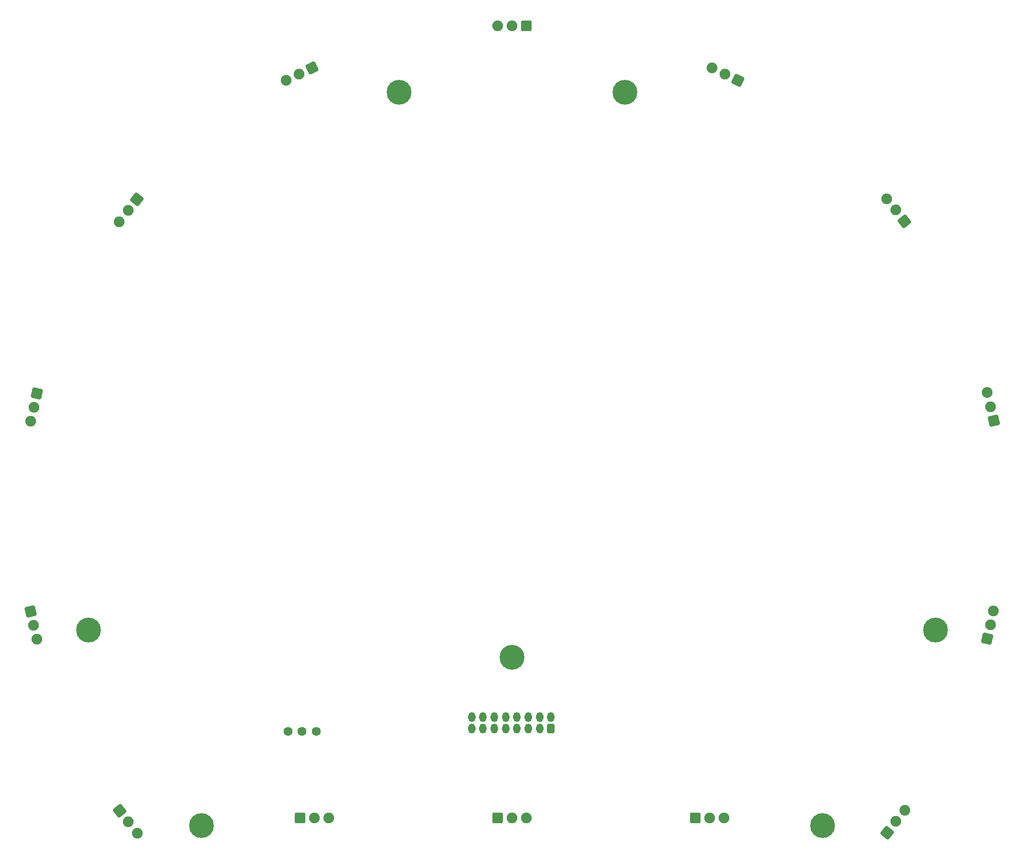
<source format=gbs>
G04 #@! TF.GenerationSoftware,KiCad,Pcbnew,6.0.2-378541a8eb~116~ubuntu20.04.1*
G04 #@! TF.CreationDate,2022-02-16T22:28:01+01:00*
G04 #@! TF.ProjectId,IR_Board,49525f42-6f61-4726-942e-6b696361645f,rev?*
G04 #@! TF.SameCoordinates,Original*
G04 #@! TF.FileFunction,Soldermask,Bot*
G04 #@! TF.FilePolarity,Negative*
%FSLAX46Y46*%
G04 Gerber Fmt 4.6, Leading zero omitted, Abs format (unit mm)*
G04 Created by KiCad (PCBNEW 6.0.2-378541a8eb~116~ubuntu20.04.1) date 2022-02-16 22:28:01*
%MOMM*%
%LPD*%
G01*
G04 APERTURE LIST*
G04 Aperture macros list*
%AMRoundRect*
0 Rectangle with rounded corners*
0 $1 Rounding radius*
0 $2 $3 $4 $5 $6 $7 $8 $9 X,Y pos of 4 corners*
0 Add a 4 corners polygon primitive as box body*
4,1,4,$2,$3,$4,$5,$6,$7,$8,$9,$2,$3,0*
0 Add four circle primitives for the rounded corners*
1,1,$1+$1,$2,$3*
1,1,$1+$1,$4,$5*
1,1,$1+$1,$6,$7*
1,1,$1+$1,$8,$9*
0 Add four rect primitives between the rounded corners*
20,1,$1+$1,$2,$3,$4,$5,0*
20,1,$1+$1,$4,$5,$6,$7,0*
20,1,$1+$1,$6,$7,$8,$9,0*
20,1,$1+$1,$8,$9,$2,$3,0*%
G04 Aperture macros list end*
%ADD10RoundRect,0.300000X0.350000X0.575000X-0.350000X0.575000X-0.350000X-0.575000X0.350000X-0.575000X0*%
%ADD11O,1.300000X1.750000*%
%ADD12RoundRect,0.300200X-0.778468X0.488332X-0.488332X-0.778468X0.778468X-0.488332X0.488332X0.778468X0*%
%ADD13C,1.900000*%
%ADD14RoundRect,0.300200X-0.488332X0.778468X-0.778468X-0.488332X0.488332X-0.778468X0.778468X0.488332X0*%
%ADD15RoundRect,0.300200X-0.102435X0.913229X-0.913229X-0.102435X0.102435X-0.913229X0.913229X0.102435X0*%
%ADD16RoundRect,0.300200X0.303728X0.867312X-0.867312X0.303728X-0.303728X-0.867312X0.867312X-0.303728X0*%
%ADD17RoundRect,0.300200X0.867312X0.303728X-0.303728X0.867312X-0.867312X-0.303728X0.303728X-0.867312X0*%
%ADD18RoundRect,0.300200X0.913229X-0.102435X0.102435X0.913229X-0.913229X0.102435X-0.102435X-0.913229X0*%
%ADD19RoundRect,0.300200X0.778468X-0.488332X0.488332X0.778468X-0.778468X0.488332X-0.488332X-0.778468X0*%
%ADD20RoundRect,0.300200X0.488332X-0.778468X0.778468X0.488332X-0.488332X0.778468X-0.778468X-0.488332X0*%
%ADD21RoundRect,0.300200X0.102435X-0.913229X0.913229X0.102435X-0.102435X0.913229X-0.913229X-0.102435X0*%
%ADD22RoundRect,0.300200X-0.649800X-0.649800X0.649800X-0.649800X0.649800X0.649800X-0.649800X0.649800X0*%
%ADD23RoundRect,0.300200X-0.913229X0.102435X-0.102435X-0.913229X0.913229X-0.102435X0.102435X0.913229X0*%
%ADD24RoundRect,0.300200X0.649800X0.649800X-0.649800X0.649800X-0.649800X-0.649800X0.649800X-0.649800X0*%
%ADD25C,4.400000*%
%ADD26C,1.600000*%
G04 APERTURE END LIST*
D10*
X158300000Y-147500000D03*
D11*
X158300000Y-145500000D03*
X156300000Y-147500000D03*
X156300000Y-145500000D03*
X154300000Y-147500000D03*
X154300000Y-145500000D03*
X152300000Y-147500000D03*
X152300000Y-145500000D03*
X150300000Y-147500000D03*
X150300000Y-145500000D03*
X148300000Y-147500000D03*
X148300000Y-145500000D03*
X146300000Y-147500000D03*
X146300000Y-145500000D03*
X144300000Y-147500000D03*
X144300000Y-145500000D03*
D12*
X66230500Y-126746000D03*
D13*
X66797555Y-129221893D03*
X67364611Y-131697787D03*
D14*
X67373500Y-88138000D03*
D13*
X66806445Y-90613893D03*
X66239389Y-93089787D03*
D15*
X85090000Y-53784500D03*
D13*
X83505346Y-55769562D03*
X81920692Y-57754624D03*
D16*
X116014500Y-30543500D03*
D13*
X113725764Y-31644994D03*
X111437029Y-32746488D03*
D17*
X191363600Y-32715200D03*
D13*
X189074864Y-31613706D03*
X186786129Y-30512212D03*
D18*
X220878400Y-57683400D03*
D13*
X219293746Y-55698338D03*
X217709092Y-53713276D03*
D19*
X236651800Y-92989400D03*
D13*
X236084745Y-90513507D03*
X235517689Y-88037613D03*
D20*
X235508800Y-131622800D03*
D13*
X236075855Y-129146907D03*
X236642911Y-126671013D03*
D21*
X217779600Y-165963600D03*
D13*
X219364254Y-163978538D03*
X220948908Y-161993476D03*
D22*
X113919000Y-163385500D03*
D13*
X116459000Y-163385500D03*
X118999000Y-163385500D03*
D22*
X148907500Y-163385500D03*
D13*
X151447500Y-163385500D03*
X153987500Y-163385500D03*
D22*
X183896000Y-163385500D03*
D13*
X186436000Y-163385500D03*
X188976000Y-163385500D03*
D23*
X81978500Y-162052000D03*
D13*
X83563154Y-164037062D03*
X85147808Y-166022124D03*
D24*
X153949400Y-23050500D03*
D13*
X151409400Y-23050500D03*
X148869400Y-23050500D03*
D25*
X226400000Y-130040000D03*
X151440000Y-134870000D03*
X131430000Y-34870000D03*
X76480000Y-130040000D03*
X96480000Y-164690000D03*
X171450000Y-34860000D03*
D26*
X111800000Y-148000000D03*
X114300000Y-148000000D03*
X116800000Y-148000000D03*
D25*
X206380000Y-164680000D03*
M02*

</source>
